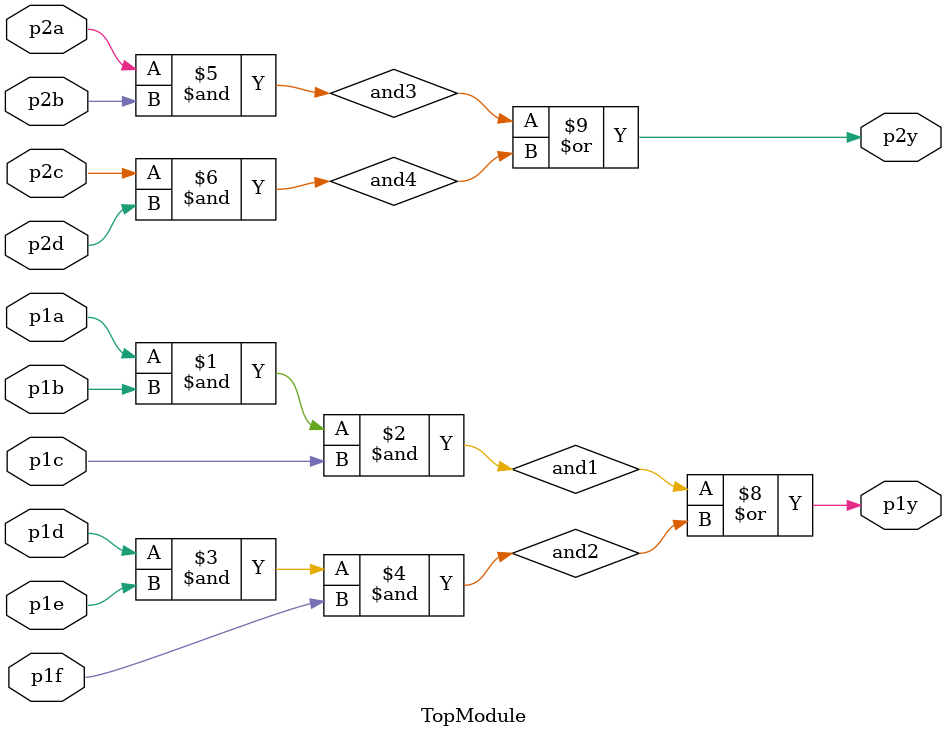
<source format=sv>

module TopModule(
    input p1a,
    input p1b,
    input p1c,
    input p1d,
    input p1e,
    input p1f,
    input p2a,
    input p2b,
    input p2c,
    input p2d,
    output reg p1y,
    output reg p2y
);

reg and1, and2, and3, and4;

assign and1 = p1a & p1b & p1c;
assign and2 = p1d & p1e & p1f;
assign and3 = p2a & p2b;
assign and4 = p2c & p2d;

always @* begin
    p1y = and1 | and2;
    p2y = and3 | and4;
end

endmodule
</source>
